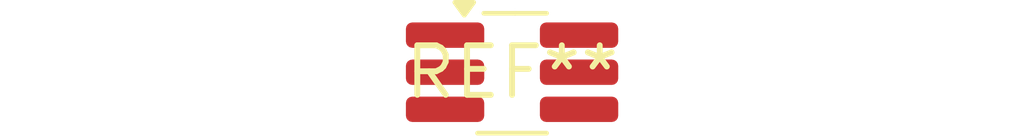
<source format=kicad_pcb>
(kicad_pcb (version 20240108) (generator pcbnew)
  (layers (0 "F.Cu" signal) (31 "B.Cu" signal) (34 "B.Paste" user) (35 "F.Paste" user) (36 "B.SilkS" user "B.Silkscreen") (37 "F.SilkS" user "F.Silkscreen") (38 "B.Mask" user) (39 "F.Mask" user) (44 "Edge.Cuts" user))
  (net 0 "")
  (footprint "TSOT-23-6_HandSoldering" (layer "F.Cu") (at 0 0)
    (property "Reference" "REF**")
    (property "Value" "TSOT-23-6_HandSoldering")
    (fp_line (start -0.88 1.56) (end 0.88 1.56) (layer "F.SilkS") (stroke (width 0.12)))
    (fp_line (start 0.08 -1.51) (end -0.72 -1.51) (layer "F.SilkS") (stroke (width 0.12)))
    (fp_line (start 0.08 -1.51) (end 0.88 -1.51) (layer "F.SilkS") (stroke (width 0.12)))
    (fp_poly (pts (xy -1.22 -1.46) (xy -1.46 -1.79) (xy -0.98 -1.79) (xy -1.22 -1.46)) (layer "F.SilkS") (stroke (width 0.12)) (fill solid))
    (pad "1" smd roundrect (at -1.71 -0.95) (size 2 0.65) (layers "F.Cu" "F.Paste" "F.Mask"))
    (pad "2" smd roundrect (at -1.71 0) (size 2 0.65) (layers "F.Cu" "F.Paste" "F.Mask"))
    (pad "3" smd roundrect (at -1.71 0.95) (size 2 0.65) (layers "F.Cu" "F.Paste" "F.Mask"))
    (pad "4" smd roundrect (at 1.71 0.95) (size 2 0.65) (layers "F.Cu" "F.Paste" "F.Mask"))
    (pad "5" smd roundrect (at 1.71 0) (size 2 0.65) (layers "F.Cu" "F.Paste" "F.Mask"))
    (pad "6" smd roundrect (at 1.71 -0.95) (size 2 0.65) (layers "F.Cu" "F.Paste" "F.Mask"))
  )
)
</source>
